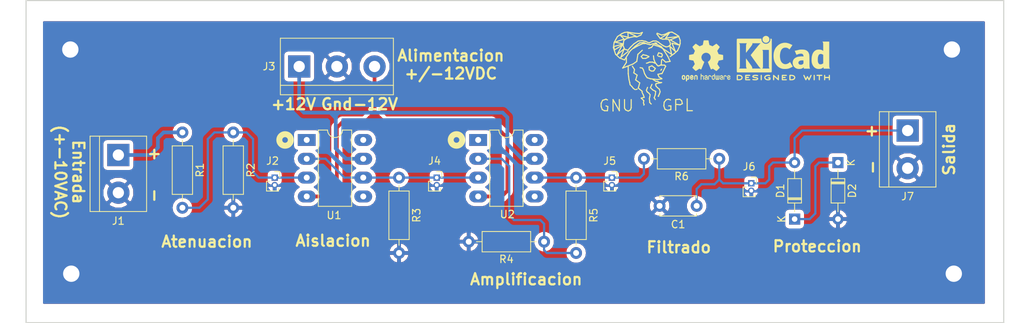
<source format=kicad_pcb>
(kicad_pcb (version 20171130) (host pcbnew 5.0.2-bee76a0~70~ubuntu18.10.1)
  (layers (0 F.Cu signal) (31 B.Cu signal) (34 B.Paste user) (35 F.Paste user) (36 B.SilkS user) (37 F.SilkS user) (38 B.Mask user) (39 F.Mask user) (44 Edge.Cuts user))
  (net 0 "")
  (net 1 GND)
  (net 2 "Net-(J2-Pad1)")
  (net 3 "Net-(C1-Pad1)")
  (net 4 "Net-(D1-Pad1)")
  (net 5 +10V)
  (net 6 +12V)
  (net 7 -12V)
  (net 8 "Net-(J4-Pad1)")
  (net 9 "Net-(J5-Pad1)")
  (net 10 "Net-(R4-Pad1)")
  (net 11 "Net-(U1-Pad8)")
  (net 12 "Net-(U1-Pad5)")
  (net 13 "Net-(U1-Pad1)")
  (net 14 "Net-(U2-Pad1)")
  (net 15 "Net-(U2-Pad5)")
  (net 16 "Net-(U2-Pad8)")
  (module MountingHole:MountingHole_2.2mm_M2 (layer F.Cu) (at 193.675 36.83)
    (fp_text reference REF** hide)
    (fp_text value MountingHole_2.2mm_M2)
    (pad 1 np_thru_hole circle (at 0 0) (size 2.2 2.2) (drill 2.2) (layers *.Cu *.Mask))
  )
  (module MountingHole:MountingHole_2.2mm_M2 (layer F.Cu) (at 193.929 67.056)
    (fp_text reference REF** hide)
    (fp_text value MountingHole_2.2mm_M2)
    (pad 1 np_thru_hole circle (at 0 0) (size 2.2 2.2) (drill 2.2) (layers *.Cu *.Mask))
  )
  (module Capacitor_THT:C_Disc_D4.7mm_W2.5mm_P5.00mm (layer F.Cu) (at 159.258 57.912 180)
    (fp_text reference C1 (at 2.5 -2.5 180) (layer F.SilkS))
    (fp_text value 0.1u)
    (pad 1 thru_hole circle (at 0 0 180) (size 1.6 1.6) (drill 0.8) (layers *.Cu *.Mask) (net 3 "Net-(C1-Pad1)"))
    (pad 2 thru_hole circle (at 5 0 180) (size 1.6 1.6) (drill 0.8) (layers *.Cu *.Mask) (net 1 GND))
  )
  (module Diode_THT:D_DO-34_SOD68_P7.62mm_Horizontal (layer F.Cu) (at 172.466 59.69 90)
    (fp_text reference D1 (at 3.81 -1.92 90) (layer F.SilkS))
    (fp_text value D_Zener)
    (fp_text user K (at 0 -1.75 90) (layer F.SilkS))
    (pad 1 thru_hole rect (at 0 0 90) (size 1.5 1.5) (drill 0.75) (layers *.Cu *.Mask) (net 4 "Net-(D1-Pad1)"))
    (pad 2 thru_hole oval (at 7.62 0 90) (size 1.5 1.5) (drill 0.75) (layers *.Cu *.Mask) (net 3 "Net-(C1-Pad1)"))
  )
  (module Diode_THT:D_DO-34_SOD68_P7.62mm_Horizontal (layer F.Cu) (at 178.308 52.07 270)
    (fp_text reference D2 (at 3.81 -1.92 270) (layer F.SilkS))
    (fp_text value D_Zener)
    (fp_text user K (at 0 -1.75 270) (layer F.SilkS))
    (pad 2 thru_hole oval (at 7.62 0 270) (size 1.5 1.5) (drill 0.75) (layers *.Cu *.Mask) (net 1 GND))
    (pad 1 thru_hole rect (at 0 0 270) (size 1.5 1.5) (drill 0.75) (layers *.Cu *.Mask) (net 4 "Net-(D1-Pad1)"))
  )
  (module TerminalBlock:TerminalBlock_bornier-2_P5.08mm (layer F.Cu) (at 81.28 51.054 270)
    (fp_text reference J1 (at 8.89 0 180) (layer F.SilkS))
    (fp_text value Screw_Terminal_01x02)
    (pad 2 thru_hole circle (at 5.08 0 270) (size 3 3) (drill 1.52) (layers *.Cu *.Mask) (net 1 GND))
    (pad 1 thru_hole rect (at 0 0 270) (size 3 3) (drill 1.52) (layers *.Cu *.Mask) (net 5 +10V))
  )
  (module TerminalBlock:TerminalBlock_bornier-3_P5.08mm (layer F.Cu) (at 105.664 39.116)
    (fp_text reference J3 (at -4.064 0) (layer F.SilkS))
    (fp_text value Screw_Terminal_01x03)
    (pad 3 thru_hole circle (at 10.16 0) (size 3 3) (drill 1.52) (layers *.Cu *.Mask) (net 7 -12V))
    (pad 2 thru_hole circle (at 5.08 0) (size 3 3) (drill 1.52) (layers *.Cu *.Mask) (net 1 GND))
    (pad 1 thru_hole rect (at 0 0) (size 3 3) (drill 1.52) (layers *.Cu *.Mask) (net 6 +12V))
  )
  (module TerminalBlock:TerminalBlock_bornier-2_P5.08mm (layer F.Cu) (at 187.706 47.752 270)
    (fp_text reference J7 (at 8.89 0 180) (layer F.SilkS))
    (fp_text value Screw_Terminal_01x02)
    (pad 2 thru_hole circle (at 5.08 0 270) (size 3 3) (drill 1.52) (layers *.Cu *.Mask) (net 1 GND))
    (pad 1 thru_hole rect (at 0 0 270) (size 3 3) (drill 1.52) (layers *.Cu *.Mask) (net 3 "Net-(C1-Pad1)"))
  )
  (module Resistor_THT:R_Axial_DIN0207_L6.3mm_D2.5mm_P10.16mm_Horizontal (layer F.Cu) (at 89.916 48.006 270)
    (fp_text reference R1 (at 5.08 -2.37 270) (layer F.SilkS))
    (fp_text value 10k)
    (pad 1 thru_hole circle (at 0 0 270) (size 1.6 1.6) (drill 0.8) (layers *.Cu *.Mask) (net 5 +10V))
    (pad 2 thru_hole oval (at 10.16 0 270) (size 1.6 1.6) (drill 0.8) (layers *.Cu *.Mask) (net 2 "Net-(J2-Pad1)"))
  )
  (module Resistor_THT:R_Axial_DIN0207_L6.3mm_D2.5mm_P10.16mm_Horizontal (layer F.Cu) (at 96.774 48.006 270)
    (fp_text reference R2 (at 5.08 -2.37 270) (layer F.SilkS))
    (fp_text value 10k)
    (pad 2 thru_hole oval (at 10.16 0 270) (size 1.6 1.6) (drill 0.8) (layers *.Cu *.Mask) (net 1 GND))
    (pad 1 thru_hole circle (at 0 0 270) (size 1.6 1.6) (drill 0.8) (layers *.Cu *.Mask) (net 2 "Net-(J2-Pad1)"))
  )
  (module Resistor_THT:R_Axial_DIN0207_L6.3mm_D2.5mm_P10.16mm_Horizontal (layer F.Cu) (at 119.126 54.102 270)
    (fp_text reference R3 (at 5.08 -2.37 270) (layer F.SilkS))
    (fp_text value 10k)
    (pad 1 thru_hole circle (at 0 0 270) (size 1.6 1.6) (drill 0.8) (layers *.Cu *.Mask) (net 8 "Net-(J4-Pad1)"))
    (pad 2 thru_hole oval (at 10.16 0 270) (size 1.6 1.6) (drill 0.8) (layers *.Cu *.Mask) (net 1 GND))
  )
  (module Resistor_THT:R_Axial_DIN0207_L6.3mm_D2.5mm_P10.16mm_Horizontal (layer F.Cu) (at 138.684 62.738 180)
    (fp_text reference R4 (at 5.08 -2.37 180) (layer F.SilkS))
    (fp_text value 10k)
    (pad 1 thru_hole circle (at 0 0 180) (size 1.6 1.6) (drill 0.8) (layers *.Cu *.Mask) (net 10 "Net-(R4-Pad1)"))
    (pad 2 thru_hole oval (at 10.16 0 180) (size 1.6 1.6) (drill 0.8) (layers *.Cu *.Mask) (net 1 GND))
  )
  (module Resistor_THT:R_Axial_DIN0207_L6.3mm_D2.5mm_P10.16mm_Horizontal (layer F.Cu) (at 143.002 54.102 270)
    (fp_text reference R5 (at 5.08 -2.37 270) (layer F.SilkS))
    (fp_text value 5k)
    (pad 2 thru_hole oval (at 10.16 0 270) (size 1.6 1.6) (drill 0.8) (layers *.Cu *.Mask) (net 10 "Net-(R4-Pad1)"))
    (pad 1 thru_hole circle (at 0 0 270) (size 1.6 1.6) (drill 0.8) (layers *.Cu *.Mask) (net 9 "Net-(J5-Pad1)"))
  )
  (module Resistor_THT:R_Axial_DIN0207_L6.3mm_D2.5mm_P10.16mm_Horizontal (layer F.Cu) (at 162.306 51.562 180)
    (fp_text reference R6 (at 5.08 -2.37 180) (layer F.SilkS))
    (fp_text value 330)
    (pad 2 thru_hole oval (at 10.16 0 180) (size 1.6 1.6) (drill 0.8) (layers *.Cu *.Mask) (net 9 "Net-(J5-Pad1)"))
    (pad 1 thru_hole circle (at 0 0 180) (size 1.6 1.6) (drill 0.8) (layers *.Cu *.Mask) (net 3 "Net-(C1-Pad1)"))
  )
  (module Package_DIP:DIP-8_W7.62mm_LongPads (layer F.Cu) (at 106.68 49.022)
    (fp_text reference U1 (at 3.683 10.16) (layer F.SilkS))
    (fp_text value LM741)
    (pad 8 thru_hole oval (at 7.62 0) (size 2.4 1.6) (drill 0.8) (layers *.Cu *.Mask) (net 11 "Net-(U1-Pad8)"))
    (pad 4 thru_hole oval (at 0 7.62) (size 2.4 1.6) (drill 0.8) (layers *.Cu *.Mask) (net 7 -12V))
    (pad 7 thru_hole oval (at 7.62 2.54) (size 2.4 1.6) (drill 0.8) (layers *.Cu *.Mask) (net 6 +12V))
    (pad 3 thru_hole oval (at 0 5.08) (size 2.4 1.6) (drill 0.8) (layers *.Cu *.Mask) (net 2 "Net-(J2-Pad1)"))
    (pad 6 thru_hole oval (at 7.62 5.08) (size 2.4 1.6) (drill 0.8) (layers *.Cu *.Mask) (net 8 "Net-(J4-Pad1)"))
    (pad 2 thru_hole oval (at 0 2.54) (size 2.4 1.6) (drill 0.8) (layers *.Cu *.Mask) (net 8 "Net-(J4-Pad1)"))
    (pad 5 thru_hole oval (at 7.62 7.62) (size 2.4 1.6) (drill 0.8) (layers *.Cu *.Mask) (net 12 "Net-(U1-Pad5)"))
    (pad 1 thru_hole rect (at 0 0) (size 2.4 1.6) (drill 0.8) (layers *.Cu *.Mask) (net 13 "Net-(U1-Pad1)"))
  )
  (module Package_DIP:DIP-8_W7.62mm_LongPads (layer F.Cu) (at 129.794 49.022)
    (fp_text reference U2 (at 3.937 10.033) (layer F.SilkS))
    (fp_text value LM741)
    (pad 1 thru_hole rect (at 0 0) (size 2.4 1.6) (drill 0.8) (layers *.Cu *.Mask) (net 14 "Net-(U2-Pad1)"))
    (pad 5 thru_hole oval (at 7.62 7.62) (size 2.4 1.6) (drill 0.8) (layers *.Cu *.Mask) (net 15 "Net-(U2-Pad5)"))
    (pad 2 thru_hole oval (at 0 2.54) (size 2.4 1.6) (drill 0.8) (layers *.Cu *.Mask) (net 10 "Net-(R4-Pad1)"))
    (pad 6 thru_hole oval (at 7.62 5.08) (size 2.4 1.6) (drill 0.8) (layers *.Cu *.Mask) (net 9 "Net-(J5-Pad1)"))
    (pad 3 thru_hole oval (at 0 5.08) (size 2.4 1.6) (drill 0.8) (layers *.Cu *.Mask) (net 8 "Net-(J4-Pad1)"))
    (pad 7 thru_hole oval (at 7.62 2.54) (size 2.4 1.6) (drill 0.8) (layers *.Cu *.Mask) (net 6 +12V))
    (pad 4 thru_hole oval (at 0 7.62) (size 2.4 1.6) (drill 0.8) (layers *.Cu *.Mask) (net 7 -12V))
    (pad 8 thru_hole oval (at 7.62 0) (size 2.4 1.6) (drill 0.8) (layers *.Cu *.Mask) (net 16 "Net-(U2-Pad8)"))
  )
  (module Connector_PinSocket_1.00mm:PinSocket_1x02_P1.00mm_Vertical (layer F.Cu) (at 102.362 54.102)
    (fp_text reference J2 (at -0.29 -2.25) (layer F.SilkS))
    (fp_text value Conn_01x02)
    (pad 1 thru_hole rect (at 0 0) (size 0.85 0.85) (drill 0.5) (layers *.Cu *.Mask) (net 2 "Net-(J2-Pad1)"))
    (pad 2 thru_hole oval (at 0 1) (size 0.85 0.85) (drill 0.5) (layers *.Cu *.Mask) (net 1 GND))
  )
  (module Connector_PinSocket_1.00mm:PinSocket_1x02_P1.00mm_Vertical (layer F.Cu) (at 124.206 54.102)
    (fp_text reference J4 (at -0.29 -2.25) (layer F.SilkS))
    (fp_text value Conn_01x02)
    (pad 2 thru_hole oval (at 0 1) (size 0.85 0.85) (drill 0.5) (layers *.Cu *.Mask) (net 1 GND))
    (pad 1 thru_hole rect (at 0 0) (size 0.85 0.85) (drill 0.5) (layers *.Cu *.Mask) (net 8 "Net-(J4-Pad1)"))
  )
  (module Connector_PinSocket_1.00mm:PinSocket_1x02_P1.00mm_Vertical (layer F.Cu) (at 147.828 54.102)
    (fp_text reference J5 (at -0.29 -2.25) (layer F.SilkS))
    (fp_text value Conn_01x02)
    (pad 1 thru_hole rect (at 0 0) (size 0.85 0.85) (drill 0.5) (layers *.Cu *.Mask) (net 9 "Net-(J5-Pad1)"))
    (pad 2 thru_hole oval (at 0 1) (size 0.85 0.85) (drill 0.5) (layers *.Cu *.Mask) (net 1 GND))
  )
  (module Connector_PinSocket_1.00mm:PinSocket_1x02_P1.00mm_Vertical (layer F.Cu) (at 166.624 54.864)
    (fp_text reference J6 (at -0.29 -2.25) (layer F.SilkS))
    (fp_text value Conn_01x02)
    (pad 2 thru_hole oval (at 0 1) (size 0.85 0.85) (drill 0.5) (layers *.Cu *.Mask) (net 1 GND))
    (pad 1 thru_hole rect (at 0 0) (size 0.85 0.85) (drill 0.5) (layers *.Cu *.Mask) (net 3 "Net-(C1-Pad1)"))
  )
  (module Symbol:KiCad-Logo2_6mm_SilkScreen (layer F.Cu) (at 170.942 37.973)
    (fp_text reference REF** hide)
    (fp_text value KiCad-Logo2_6mm_SilkScreen hide)
  )
  (module Symbol:Symbol_GNU-Logo_SilkscreenTop (layer F.Cu) (at 152.781 38.227)
    (fp_text reference REF** hide)
    (fp_text value Symbol_GNU-Logo_SilkscreenTop)
  )
  (module Symbol:OSHW-Logo2_7.3x6mm_SilkScreen (layer F.Cu) (at 160.528 38.354)
    (fp_text reference REF** hide)
    (fp_text value OSHW-Logo2_7.3x6mm_SilkScreen hide)
  )
  (module MountingHole:MountingHole_2.2mm_M2 (layer F.Cu) (at 74.803 36.83)
    (fp_text reference REF** hide)
    (fp_text value MountingHole_2.2mm_M2)
    (pad 1 np_thru_hole circle (at 0 0) (size 2.2 2.2) (drill 2.2) (layers *.Cu *.Mask))
  )
  (module MountingHole:MountingHole_2.2mm_M2 (layer F.Cu) (at 74.93 67.056)
    (fp_text reference REF** hide)
    (fp_text value MountingHole_2.2mm_M2)
    (pad 1 np_thru_hole circle (at 0 0) (size 2.2 2.2) (drill 2.2) (layers *.Cu *.Mask))
  )
  (gr_text - (at 183.134 52.705 270) (layer F.SilkS) (effects (font (size 1.5 1.5) (thickness 0.3))))
  (gr_text + (at 182.88 47.752) (layer F.SilkS) (effects (font (size 1.5 1.5) (thickness 0.3))))
  (gr_text - (at 86.233 56.515 270) (layer F.SilkS) (effects (font (size 1.5 1.5) (thickness 0.3))))
  (gr_text + (at 86.233 50.927 270) (layer F.SilkS) (effects (font (size 1.5 1.5) (thickness 0.3))))
  (gr_text -12V (at 115.951 44.196) (layer F.SilkS) (effects (font (size 1.5 1.5) (thickness 0.3))))
  (gr_text Gnd (at 110.744 44.196) (layer F.SilkS) (effects (font (size 1.5 1.5) (thickness 0.3))))
  (gr_text +12V (at 104.902 44.196) (layer F.SilkS) (effects (font (size 1.5 1.5) (thickness 0.3))))
  (gr_circle (center 126.873 49.022) (end 127.254 49.022) (layer F.SilkS) (width 0.8))
  (gr_circle (center 103.759 49.022) (end 104.14 49.022) (layer F.SilkS) (width 0.8))
  (gr_text Salida (at 193.294 50.292 90) (layer F.SilkS) (effects (font (size 1.5 1.5) (thickness 0.3))))
  (gr_text "Alimentacion\n+/-12VDC" (at 126.111 38.862) (layer F.SilkS) (effects (font (size 1.5 1.5) (thickness 0.3))))
  (gr_text "Entrada\n(+-10VAC)" (at 74.676 53.34 270) (layer F.SilkS) (effects (font (size 1.5 1.5) (thickness 0.3))))
  (gr_text Proteccion (at 175.514 63.373) (layer F.SilkS) (effects (font (size 1.5 1.5) (thickness 0.3))))
  (gr_text Filtrado (at 156.845 63.5) (layer F.SilkS) (effects (font (size 1.5 1.5) (thickness 0.3))))
  (gr_text Amplificacion (at 136.271 67.818) (layer F.SilkS) (effects (font (size 1.5 1.5) (thickness 0.3))))
  (gr_text Aislacion (at 110.236 62.611) (layer F.SilkS) (effects (font (size 1.5 1.5) (thickness 0.3))))
  (gr_text Atenuacion (at 93.218 62.738) (layer F.SilkS) (effects (font (size 1.5 1.5) (thickness 0.3))))
  (gr_line (start 68.834 73.66) (end 68.834 30.226) (layer Edge.Cuts) (width 0.15))
  (gr_line (start 200.66 73.66) (end 68.834 73.66) (layer Edge.Cuts) (width 0.15))
  (gr_line (start 200.66 30.226) (end 200.66 73.66) (layer Edge.Cuts) (width 0.15))
  (gr_line (start 68.834 30.226) (end 200.66 30.226) (layer Edge.Cuts) (width 0.15))
  (segment (start 94.234 48.006) (end 96.774 48.006) (width 0.3) (layer B.Cu) (net 2))
  (segment (start 93.345 48.895) (end 94.234 48.006) (width 0.3) (layer B.Cu) (net 2))
  (segment (start 93.345 57.023) (end 93.345 48.895) (width 0.3) (layer B.Cu) (net 2))
  (segment (start 89.916 58.166) (end 92.202 58.166) (width 0.3) (layer B.Cu) (net 2))
  (segment (start 92.202 58.166) (end 93.345 57.023) (width 0.3) (layer B.Cu) (net 2))
  (segment (start 98.552 48.006) (end 96.774 48.006) (width 0.3) (layer B.Cu) (net 2))
  (segment (start 99.441 48.895) (end 98.552 48.006) (width 0.3) (layer B.Cu) (net 2))
  (segment (start 99.441 53.34) (end 99.441 48.895) (width 0.3) (layer B.Cu) (net 2))
  (segment (start 102.362 54.102) (end 100.203 54.102) (width 0.3) (layer B.Cu) (net 2))
  (segment (start 100.203 54.102) (end 99.441 53.34) (width 0.3) (layer B.Cu) (net 2))
  (segment (start 102.362 54.102) (end 106.68 54.102) (width 0.3) (layer B.Cu) (net 2))
  (segment (start 162.306 54.356) (end 162.306 51.562) (width 0.3) (layer B.Cu) (net 3))
  (segment (start 159.893 54.991) (end 161.671 54.991) (width 0.3) (layer B.Cu) (net 3))
  (segment (start 159.258 57.912) (end 159.258 55.626) (width 0.3) (layer B.Cu) (net 3))
  (segment (start 159.258 55.626) (end 159.893 54.991) (width 0.3) (layer B.Cu) (net 3))
  (segment (start 161.671 54.991) (end 162.306 54.356) (width 0.3) (layer B.Cu) (net 3))
  (segment (start 162.814 54.864) (end 162.306 54.356) (width 0.3) (layer B.Cu) (net 3))
  (segment (start 166.624 54.864) (end 162.814 54.864) (width 0.3) (layer B.Cu) (net 3))
  (segment (start 166.624 54.864) (end 168.529 54.864) (width 0.3) (layer B.Cu) (net 3))
  (segment (start 168.529 54.864) (end 169.037 54.356) (width 0.3) (layer B.Cu) (net 3))
  (segment (start 169.037 54.356) (end 169.037 52.578) (width 0.3) (layer B.Cu) (net 3))
  (segment (start 169.545 52.07) (end 172.466 52.07) (width 0.3) (layer B.Cu) (net 3))
  (segment (start 169.037 52.578) (end 169.545 52.07) (width 0.3) (layer B.Cu) (net 3))
  (segment (start 172.466 52.07) (end 172.466 48.768) (width 0.3) (layer B.Cu) (net 3))
  (segment (start 173.482 47.752) (end 187.706 47.752) (width 0.3) (layer B.Cu) (net 3))
  (segment (start 172.466 48.768) (end 173.482 47.752) (width 0.3) (layer B.Cu) (net 3))
  (segment (start 172.466 59.69) (end 174.498 59.69) (width 0.3) (layer B.Cu) (net 4))
  (segment (start 174.498 59.69) (end 175.26 58.928) (width 0.3) (layer B.Cu) (net 4))
  (segment (start 175.26 58.928) (end 175.26 52.578) (width 0.3) (layer B.Cu) (net 4))
  (segment (start 175.768 52.07) (end 178.308 52.07) (width 0.3) (layer B.Cu) (net 4))
  (segment (start 175.26 52.578) (end 175.768 52.07) (width 0.3) (layer B.Cu) (net 4))
  (segment (start 87.376 48.006) (end 89.916 48.006) (width 0.5) (layer B.Cu) (net 5))
  (segment (start 86.614 48.768) (end 87.376 48.006) (width 0.5) (layer B.Cu) (net 5))
  (segment (start 86.614 50.038) (end 86.614 48.768) (width 0.5) (layer B.Cu) (net 5))
  (segment (start 81.28 51.054) (end 85.598 51.054) (width 0.5) (layer B.Cu) (net 5))
  (segment (start 85.598 51.054) (end 86.614 50.038) (width 0.5) (layer B.Cu) (net 5))
  (segment (start 105.664 44.704) (end 105.664 39.116) (width 0.5) (layer B.Cu) (net 6))
  (segment (start 110.617 46.101) (end 109.855 45.339) (width 0.5) (layer B.Cu) (net 6))
  (segment (start 109.855 45.339) (end 106.299 45.339) (width 0.5) (layer B.Cu) (net 6))
  (segment (start 106.299 45.339) (end 105.664 44.704) (width 0.5) (layer B.Cu) (net 6))
  (segment (start 135.714 51.562) (end 133.731 49.579) (width 0.5) (layer B.Cu) (net 6))
  (segment (start 137.414 51.562) (end 135.714 51.562) (width 0.5) (layer B.Cu) (net 6))
  (segment (start 133.731 49.579) (end 133.731 45.974) (width 0.5) (layer B.Cu) (net 6))
  (segment (start 133.731 45.974) (end 133.096 45.339) (width 0.5) (layer B.Cu) (net 6))
  (segment (start 110.617 45.72) (end 110.998 45.339) (width 0.5) (layer B.Cu) (net 6))
  (segment (start 133.096 45.339) (end 110.998 45.339) (width 0.5) (layer B.Cu) (net 6))
  (segment (start 110.617 46.101) (end 110.617 45.72) (width 0.5) (layer B.Cu) (net 6))
  (segment (start 114.3 51.562) (end 111.9886 51.562) (width 0.5) (layer B.Cu) (net 6))
  (segment (start 110.5916 50.165) (end 110.5916 45.339) (width 0.5) (layer B.Cu) (net 6))
  (segment (start 111.9886 51.562) (end 110.5916 50.165) (width 0.5) (layer B.Cu) (net 6))
  (segment (start 110.998 45.339) (end 110.5916 45.339) (width 0.5) (layer B.Cu) (net 6))
  (segment (start 110.5916 45.339) (end 109.855 45.339) (width 0.5) (layer B.Cu) (net 6))
  (segment (start 115.824 39.116) (end 115.824 45.339) (width 0.5) (layer F.Cu) (net 7))
  (segment (start 114.554 46.609) (end 111.506 46.609) (width 0.5) (layer F.Cu) (net 7))
  (segment (start 111.506 46.609) (end 110.744 47.371) (width 0.5) (layer F.Cu) (net 7))
  (segment (start 110.744 47.371) (end 110.744 55.88) (width 0.5) (layer F.Cu) (net 7))
  (segment (start 109.982 56.642) (end 106.68 56.642) (width 0.5) (layer F.Cu) (net 7))
  (segment (start 110.744 55.88) (end 109.982 56.642) (width 0.5) (layer F.Cu) (net 7))
  (segment (start 115.824 45.339) (end 115.824 46.609) (width 0.5) (layer F.Cu) (net 7))
  (segment (start 115.189 45.974) (end 115.824 46.609) (width 0.5) (layer F.Cu) (net 7))
  (segment (start 115.189 45.974) (end 114.554 46.609) (width 0.5) (layer F.Cu) (net 7))
  (segment (start 115.824 45.339) (end 115.189 45.974) (width 0.5) (layer F.Cu) (net 7))
  (segment (start 115.824 45.339) (end 115.824 45.847) (width 0.5) (layer F.Cu) (net 7))
  (segment (start 115.824 45.847) (end 115.062 46.609) (width 0.5) (layer F.Cu) (net 7))
  (segment (start 114.427 46.609) (end 115.062 46.609) (width 0.5) (layer F.Cu) (net 7))
  (segment (start 115.062 46.609) (end 115.824 46.609) (width 0.5) (layer F.Cu) (net 7))
  (segment (start 115.824 45.974) (end 116.459 46.609) (width 0.5) (layer F.Cu) (net 7))
  (segment (start 115.824 46.609) (end 116.459 46.609) (width 0.5) (layer F.Cu) (net 7))
  (segment (start 115.824 45.339) (end 115.824 45.974) (width 0.5) (layer F.Cu) (net 7))
  (segment (start 115.824 45.339) (end 117.094 46.609) (width 0.5) (layer F.Cu) (net 7))
  (segment (start 116.459 46.609) (end 117.094 46.609) (width 0.5) (layer F.Cu) (net 7))
  (segment (start 117.094 46.609) (end 131.572 46.609) (width 0.5) (layer F.Cu) (net 7))
  (segment (start 129.794 56.642) (end 132.969 56.642) (width 0.5) (layer F.Cu) (net 7))
  (segment (start 132.969 56.642) (end 133.731 55.88) (width 0.5) (layer F.Cu) (net 7))
  (segment (start 133.731 48.768) (end 131.572 46.609) (width 0.5) (layer F.Cu) (net 7))
  (segment (start 133.731 55.88) (end 133.731 48.768) (width 0.5) (layer F.Cu) (net 7))
  (segment (start 111.76 54.102) (end 114.3 54.102) (width 0.3) (layer B.Cu) (net 8))
  (segment (start 106.68 51.562) (end 109.22 51.562) (width 0.3) (layer B.Cu) (net 8))
  (segment (start 109.22 51.562) (end 111.76 54.102) (width 0.3) (layer B.Cu) (net 8))
  (segment (start 119.126 54.102) (end 124.206 54.102) (width 0.3) (layer B.Cu) (net 8))
  (segment (start 119.126 54.102) (end 114.3 54.102) (width 0.3) (layer B.Cu) (net 8))
  (segment (start 124.931 54.102) (end 129.794 54.102) (width 0.3) (layer B.Cu) (net 8))
  (segment (start 124.206 54.102) (end 124.931 54.102) (width 0.3) (layer B.Cu) (net 8))
  (segment (start 137.414 54.102) (end 143.002 54.102) (width 0.3) (layer B.Cu) (net 9))
  (segment (start 144.13337 54.102) (end 147.828 54.102) (width 0.3) (layer B.Cu) (net 9))
  (segment (start 143.002 54.102) (end 144.13337 54.102) (width 0.3) (layer B.Cu) (net 9))
  (segment (start 152.146 53.594) (end 152.146 51.562) (width 0.3) (layer B.Cu) (net 9))
  (segment (start 147.828 54.102) (end 151.638 54.102) (width 0.3) (layer B.Cu) (net 9))
  (segment (start 151.638 54.102) (end 152.146 53.594) (width 0.3) (layer B.Cu) (net 9))
  (segment (start 138.684 60.325) (end 138.684 62.738) (width 0.3) (layer B.Cu) (net 10))
  (segment (start 132.969 51.562) (end 133.985 52.578) (width 0.3) (layer B.Cu) (net 10))
  (segment (start 133.985 52.578) (end 133.985 59.182) (width 0.3) (layer B.Cu) (net 10))
  (segment (start 134.62 59.817) (end 138.176 59.817) (width 0.3) (layer B.Cu) (net 10))
  (segment (start 129.794 51.562) (end 132.969 51.562) (width 0.3) (layer B.Cu) (net 10))
  (segment (start 133.985 59.182) (end 134.62 59.817) (width 0.3) (layer B.Cu) (net 10))
  (segment (start 138.176 59.817) (end 138.684 60.325) (width 0.3) (layer B.Cu) (net 10))
  (segment (start 139.065 64.262) (end 143.002 64.262) (width 0.3) (layer B.Cu) (net 10))
  (segment (start 138.684 62.738) (end 138.684 63.881) (width 0.3) (layer B.Cu) (net 10))
  (segment (start 138.684 63.881) (end 139.065 64.262) (width 0.3) (layer B.Cu) (net 10))
  (zone (net 1) (net_name GND) (layer B.Cu) (connect_pads (clearance 0.508)) (min_thickness 0.254) (fill yes (arc_segments 16) (thermal_gap 0.508) (thermal_bridge_width 0.508))
    (polygon (pts (xy 71.12 33.02) (xy 198.12 33.02) (xy 198.12 71.12) (xy 71.12 71.12)))
  )
  (zone (net 1) (net_name GND) (layer F.Cu) (connect_pads (clearance 0.508)) (min_thickness 0.254) (fill yes (arc_segments 16) (thermal_gap 0.508) (thermal_bridge_width 0.508))
    (polygon (pts (xy 71.12 33.02) (xy 198.12 33.02) (xy 198.12 71.12) (xy 71.12 71.12)))
  )
)
</source>
